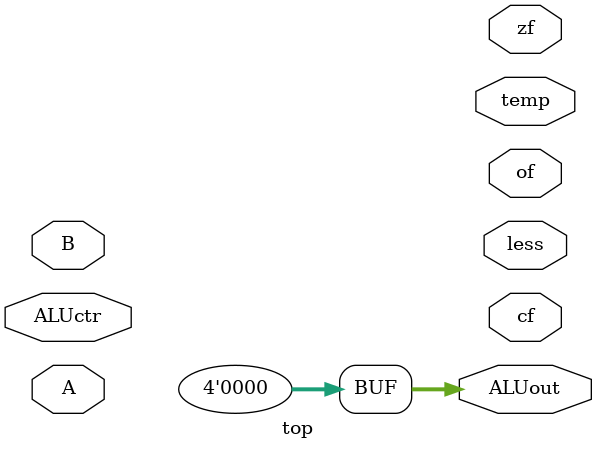
<source format=v>
module top(
input [3:0] A,
input [3:0] B,
input [2:0] ALUctr,
output reg [3:0] ALUout,
output reg [3:0] temp,
output reg less,
output reg of,zf,cf

);

always@(*)begin
	ALUout = 4'b0;



end


endmodule

</source>
